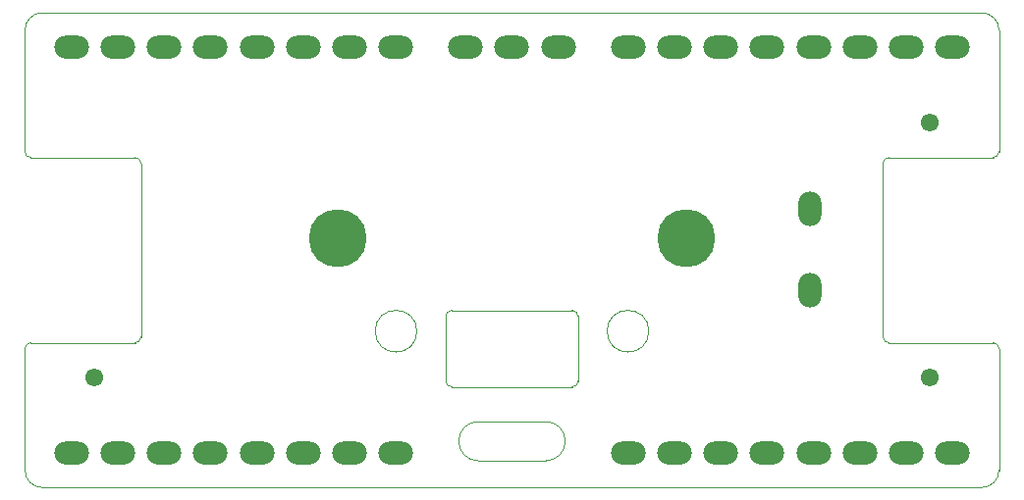
<source format=gbs>
G04 #@! TF.GenerationSoftware,KiCad,Pcbnew,6.0.10+dfsg-1~bpo11+1*
G04 #@! TF.ProjectId,project,70726f6a-6563-4742-9e6b-696361645f70,rev?*
G04 #@! TF.SameCoordinates,Original*
G04 #@! TF.FileFunction,Soldermask,Bot*
G04 #@! TF.FilePolarity,Negative*
%FSLAX46Y46*%
G04 Gerber Fmt 4.6, Leading zero omitted, Abs format (unit mm)*
%MOMM*%
%LPD*%
G01*
G04 APERTURE LIST*
G04 #@! TA.AperFunction,Profile*
%ADD10C,0.100000*%
G04 #@! TD*
%ADD11O,3.000000X2.000000*%
%ADD12C,1.552000*%
%ADD13C,5.000000*%
%ADD14O,2.000000X3.000000*%
G04 APERTURE END LIST*
D10*
X127762500Y-70537500D02*
G75*
G03*
X126262500Y-72037500I0J-1500000D01*
G01*
X171162500Y-109237500D02*
G75*
G03*
X171162500Y-105837500I3000J1700000D01*
G01*
X173462500Y-102837500D02*
X163062500Y-102837500D01*
X165362500Y-105837500D02*
G75*
G03*
X165362500Y-109237500I-3000J-1700000D01*
G01*
X210262500Y-72037500D02*
G75*
G03*
X208762500Y-70537500I-1500000J0D01*
G01*
X126262500Y-99537500D02*
X126262500Y-110037500D01*
X208262500Y-111537500D02*
X128262500Y-111537500D01*
X200262500Y-98537500D02*
X200262500Y-83537500D01*
X200762500Y-83037500D02*
X209762500Y-83037500D01*
X208762500Y-70537500D02*
X127762500Y-70537500D01*
X180062500Y-98037500D02*
G75*
G03*
X180062500Y-98037500I-1800000J0D01*
G01*
X162562500Y-102337500D02*
X162562500Y-96737500D01*
X173962500Y-96737500D02*
G75*
G03*
X173462500Y-96237500I-500000J0D01*
G01*
X209762500Y-99037500D02*
X200762500Y-99037500D01*
X163062500Y-96237500D02*
G75*
G03*
X162562500Y-96737500I0J-500000D01*
G01*
X160062500Y-98037500D02*
G75*
G03*
X160062500Y-98037500I-1800000J0D01*
G01*
X135762500Y-99037500D02*
G75*
G03*
X136262500Y-98537500I0J500000D01*
G01*
X173462500Y-102837500D02*
G75*
G03*
X173962500Y-102337500I0J500000D01*
G01*
X165362500Y-105837500D02*
X171162500Y-105837500D01*
X200262500Y-98537500D02*
G75*
G03*
X200762500Y-99037500I500000J0D01*
G01*
X135762500Y-99037500D02*
X126762500Y-99037500D01*
X126262500Y-110037500D02*
G75*
G03*
X127762500Y-111537500I1500000J0D01*
G01*
X210262500Y-82537500D02*
X210262500Y-72037500D01*
X126262500Y-82537500D02*
G75*
G03*
X126762500Y-83037500I500000J0D01*
G01*
X208762500Y-111537500D02*
X208262500Y-111537500D01*
X171162500Y-109237500D02*
X165362500Y-109237500D01*
X126762500Y-99037500D02*
G75*
G03*
X126262500Y-99537500I0J-500000D01*
G01*
X200762500Y-83037500D02*
G75*
G03*
X200262500Y-83537500I0J-500000D01*
G01*
X173962500Y-96737500D02*
X173962500Y-102337500D01*
X208762500Y-111537500D02*
G75*
G03*
X210262500Y-110037500I0J1500000D01*
G01*
X136262500Y-83537500D02*
X136262500Y-98537500D01*
X126262500Y-72037500D02*
X126262500Y-82537500D01*
X209762500Y-83037500D02*
G75*
G03*
X210262500Y-82537500I0J500000D01*
G01*
X136262500Y-83537500D02*
G75*
G03*
X135762500Y-83037500I-500000J0D01*
G01*
X210262500Y-99537500D02*
X210262500Y-110037500D01*
X163062500Y-96237500D02*
X173462500Y-96237500D01*
X127762500Y-111537500D02*
X128262500Y-111537500D01*
X126762500Y-83037500D02*
X135762500Y-83037500D01*
X162562500Y-102337500D02*
G75*
G03*
X163062500Y-102837500I500000J0D01*
G01*
X210262500Y-99537500D02*
G75*
G03*
X209762500Y-99037500I-500000J0D01*
G01*
D11*
X186262500Y-73537500D03*
X154262500Y-73537500D03*
D12*
X204262500Y-102037500D03*
D11*
X142262500Y-108537500D03*
X194262500Y-73537500D03*
X138262500Y-108537500D03*
X158262500Y-108537500D03*
X182262500Y-108537500D03*
X202262500Y-108537500D03*
X178262500Y-73537500D03*
X206262500Y-108537500D03*
X190262500Y-73537500D03*
X150262500Y-73537500D03*
X142262500Y-73537500D03*
X198262500Y-108537500D03*
X178262500Y-108537500D03*
X138262500Y-73537500D03*
X186262500Y-108537500D03*
X194262500Y-108537500D03*
X134262500Y-108537500D03*
X130262500Y-73537500D03*
X146262500Y-108537500D03*
X134262500Y-73537500D03*
D13*
X183262500Y-90037500D03*
D11*
X190262500Y-108537500D03*
X206262500Y-73537500D03*
X172262500Y-73537500D03*
D14*
X194000000Y-94500000D03*
D11*
X154262500Y-108537500D03*
X198262500Y-73537500D03*
X182262500Y-73537500D03*
X130262500Y-108537500D03*
X158262500Y-73537500D03*
D12*
X204262500Y-80037500D03*
D11*
X146262500Y-73537500D03*
X150262500Y-108537500D03*
D12*
X132262500Y-102037500D03*
D14*
X194000000Y-87500000D03*
D13*
X153262500Y-90037500D03*
D11*
X202262500Y-73537500D03*
X164262500Y-73537500D03*
X168262500Y-73537500D03*
M02*

</source>
